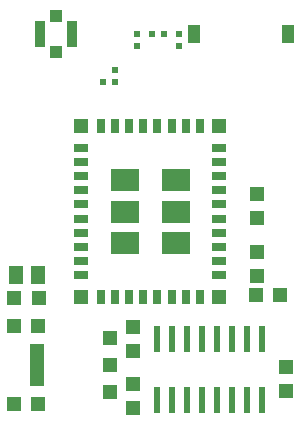
<source format=gbr>
G04 EAGLE Gerber RS-274X export*
G75*
%MOMM*%
%FSLAX34Y34*%
%LPD*%
%INSolderpaste Top*%
%IPPOS*%
%AMOC8*
5,1,8,0,0,1.08239X$1,22.5*%
G01*
%ADD10R,1.200000X0.700000*%
%ADD11R,1.200000X1.200000*%
%ADD12R,0.700000X1.200000*%
%ADD13R,2.400000X1.900000*%
%ADD14R,1.000000X1.500000*%
%ADD15R,0.600000X0.600000*%
%ADD16R,1.300000X1.200000*%
%ADD17R,1.200000X1.300000*%
%ADD18R,1.300000X1.300000*%
%ADD19R,1.300000X3.600000*%
%ADD20R,0.600000X2.200000*%
%ADD21R,0.850000X2.200000*%
%ADD22R,1.000000X1.050000*%
%ADD23R,1.300000X1.500000*%


D10*
X71500Y264000D03*
X71500Y252000D03*
X71500Y240000D03*
X71500Y228000D03*
X71500Y216000D03*
X71500Y204000D03*
X71500Y192000D03*
X71500Y180000D03*
X71500Y168000D03*
X71500Y156000D03*
D11*
X71500Y282500D03*
X71500Y137500D03*
X188500Y137500D03*
X188500Y282500D03*
D12*
X88000Y137500D03*
X100000Y137500D03*
X112000Y137500D03*
X124000Y137500D03*
X136000Y137500D03*
X148000Y137500D03*
X160000Y137500D03*
X172000Y137500D03*
D10*
X188500Y156000D03*
X188500Y168000D03*
X188500Y180000D03*
X188500Y192000D03*
X188500Y204000D03*
X188500Y216000D03*
X188500Y228000D03*
X188500Y240000D03*
X188500Y252000D03*
X188500Y264000D03*
D12*
X172000Y282500D03*
X160000Y282500D03*
X148000Y282500D03*
X136000Y282500D03*
X124000Y282500D03*
X112000Y282500D03*
X100000Y282500D03*
X88000Y282500D03*
D13*
X108500Y210000D03*
X108500Y236500D03*
X108500Y183500D03*
X151500Y236500D03*
X151500Y210000D03*
X151500Y183500D03*
D14*
X166920Y360000D03*
X246920Y360000D03*
D15*
X153920Y349920D03*
X153920Y360080D03*
X119000Y349920D03*
X119000Y360080D03*
X131380Y360000D03*
X141540Y360000D03*
X100000Y330080D03*
X100000Y319920D03*
X100080Y320000D03*
X89920Y320000D03*
D16*
X220000Y204840D03*
X220000Y225160D03*
X220000Y155840D03*
X220000Y176160D03*
X115000Y43840D03*
X115000Y64160D03*
D17*
X35160Y47000D03*
X14840Y47000D03*
D18*
X95500Y57000D03*
X95500Y80000D03*
X95500Y103000D03*
D19*
X34500Y80000D03*
D17*
X35160Y113000D03*
X14840Y113000D03*
D20*
X148590Y50200D03*
X173990Y102200D03*
X135890Y50200D03*
X161290Y50200D03*
X173990Y50200D03*
X161290Y102200D03*
X186690Y102200D03*
X199390Y102200D03*
X199390Y50200D03*
X224790Y102200D03*
X186690Y50200D03*
X212090Y50200D03*
X212090Y102200D03*
X224790Y50200D03*
X148590Y102200D03*
X135890Y102200D03*
D16*
X115000Y91840D03*
X115000Y112160D03*
X245000Y57840D03*
X245000Y78160D03*
D17*
X219840Y139000D03*
X240160Y139000D03*
D21*
X63750Y360000D03*
X36250Y360000D03*
D22*
X50000Y344750D03*
X50000Y375250D03*
D11*
X14900Y137160D03*
X35900Y137160D03*
D23*
X34900Y156210D03*
X15900Y156210D03*
M02*

</source>
